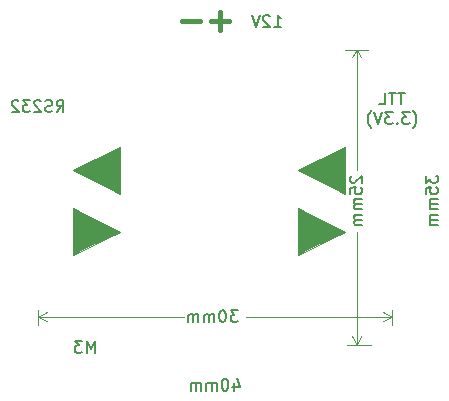
<source format=gbo>
G04 #@! TF.GenerationSoftware,KiCad,Pcbnew,(5.1.10)-1*
G04 #@! TF.CreationDate,2021-07-21T16:10:59+02:00*
G04 #@! TF.ProjectId,rs232-ttl,72733233-322d-4747-946c-2e6b69636164,rev?*
G04 #@! TF.SameCoordinates,Original*
G04 #@! TF.FileFunction,Legend,Bot*
G04 #@! TF.FilePolarity,Positive*
%FSLAX46Y46*%
G04 Gerber Fmt 4.6, Leading zero omitted, Abs format (unit mm)*
G04 Created by KiCad (PCBNEW (5.1.10)-1) date 2021-07-21 16:10:59*
%MOMM*%
%LPD*%
G01*
G04 APERTURE LIST*
%ADD10C,0.150000*%
%ADD11C,0.400000*%
%ADD12C,0.100000*%
%ADD13C,0.120000*%
%ADD14O,1.700000X1.700000*%
%ADD15R,1.700000X1.700000*%
%ADD16C,3.200000*%
G04 APERTURE END LIST*
D10*
X75019047Y-118052380D02*
X75590476Y-118052380D01*
X75304761Y-118052380D02*
X75304761Y-117052380D01*
X75400000Y-117195238D01*
X75495238Y-117290476D01*
X75590476Y-117338095D01*
X74638095Y-117147619D02*
X74590476Y-117100000D01*
X74495238Y-117052380D01*
X74257142Y-117052380D01*
X74161904Y-117100000D01*
X74114285Y-117147619D01*
X74066666Y-117242857D01*
X74066666Y-117338095D01*
X74114285Y-117480952D01*
X74685714Y-118052380D01*
X74066666Y-118052380D01*
X73780952Y-117052380D02*
X73447619Y-118052380D01*
X73114285Y-117052380D01*
D11*
X71161904Y-117542857D02*
X69638095Y-117542857D01*
X70400000Y-118304761D02*
X70400000Y-116780952D01*
X68761904Y-117542857D02*
X67238095Y-117542857D01*
D10*
X56595238Y-125252380D02*
X56928571Y-124776190D01*
X57166666Y-125252380D02*
X57166666Y-124252380D01*
X56785714Y-124252380D01*
X56690476Y-124300000D01*
X56642857Y-124347619D01*
X56595238Y-124442857D01*
X56595238Y-124585714D01*
X56642857Y-124680952D01*
X56690476Y-124728571D01*
X56785714Y-124776190D01*
X57166666Y-124776190D01*
X56214285Y-125204761D02*
X56071428Y-125252380D01*
X55833333Y-125252380D01*
X55738095Y-125204761D01*
X55690476Y-125157142D01*
X55642857Y-125061904D01*
X55642857Y-124966666D01*
X55690476Y-124871428D01*
X55738095Y-124823809D01*
X55833333Y-124776190D01*
X56023809Y-124728571D01*
X56119047Y-124680952D01*
X56166666Y-124633333D01*
X56214285Y-124538095D01*
X56214285Y-124442857D01*
X56166666Y-124347619D01*
X56119047Y-124300000D01*
X56023809Y-124252380D01*
X55785714Y-124252380D01*
X55642857Y-124300000D01*
X55261904Y-124347619D02*
X55214285Y-124300000D01*
X55119047Y-124252380D01*
X54880952Y-124252380D01*
X54785714Y-124300000D01*
X54738095Y-124347619D01*
X54690476Y-124442857D01*
X54690476Y-124538095D01*
X54738095Y-124680952D01*
X55309523Y-125252380D01*
X54690476Y-125252380D01*
X54357142Y-124252380D02*
X53738095Y-124252380D01*
X54071428Y-124633333D01*
X53928571Y-124633333D01*
X53833333Y-124680952D01*
X53785714Y-124728571D01*
X53738095Y-124823809D01*
X53738095Y-125061904D01*
X53785714Y-125157142D01*
X53833333Y-125204761D01*
X53928571Y-125252380D01*
X54214285Y-125252380D01*
X54309523Y-125204761D01*
X54357142Y-125157142D01*
X53357142Y-124347619D02*
X53309523Y-124300000D01*
X53214285Y-124252380D01*
X52976190Y-124252380D01*
X52880952Y-124300000D01*
X52833333Y-124347619D01*
X52785714Y-124442857D01*
X52785714Y-124538095D01*
X52833333Y-124680952D01*
X53404761Y-125252380D01*
X52785714Y-125252380D01*
X86071428Y-123627380D02*
X85500000Y-123627380D01*
X85785714Y-124627380D02*
X85785714Y-123627380D01*
X85309523Y-123627380D02*
X84738095Y-123627380D01*
X85023809Y-124627380D02*
X85023809Y-123627380D01*
X83928571Y-124627380D02*
X84404761Y-124627380D01*
X84404761Y-123627380D01*
X86761904Y-126658333D02*
X86809523Y-126610714D01*
X86904761Y-126467857D01*
X86952380Y-126372619D01*
X87000000Y-126229761D01*
X87047619Y-125991666D01*
X87047619Y-125801190D01*
X87000000Y-125563095D01*
X86952380Y-125420238D01*
X86904761Y-125325000D01*
X86809523Y-125182142D01*
X86761904Y-125134523D01*
X86476190Y-125277380D02*
X85857142Y-125277380D01*
X86190476Y-125658333D01*
X86047619Y-125658333D01*
X85952380Y-125705952D01*
X85904761Y-125753571D01*
X85857142Y-125848809D01*
X85857142Y-126086904D01*
X85904761Y-126182142D01*
X85952380Y-126229761D01*
X86047619Y-126277380D01*
X86333333Y-126277380D01*
X86428571Y-126229761D01*
X86476190Y-126182142D01*
X85428571Y-126182142D02*
X85380952Y-126229761D01*
X85428571Y-126277380D01*
X85476190Y-126229761D01*
X85428571Y-126182142D01*
X85428571Y-126277380D01*
X85047619Y-125277380D02*
X84428571Y-125277380D01*
X84761904Y-125658333D01*
X84619047Y-125658333D01*
X84523809Y-125705952D01*
X84476190Y-125753571D01*
X84428571Y-125848809D01*
X84428571Y-126086904D01*
X84476190Y-126182142D01*
X84523809Y-126229761D01*
X84619047Y-126277380D01*
X84904761Y-126277380D01*
X85000000Y-126229761D01*
X85047619Y-126182142D01*
X84142857Y-125277380D02*
X83809523Y-126277380D01*
X83476190Y-125277380D01*
X83238095Y-126658333D02*
X83190476Y-126610714D01*
X83095238Y-126467857D01*
X83047619Y-126372619D01*
X83000000Y-126229761D01*
X82952380Y-125991666D01*
X82952380Y-125801190D01*
X83000000Y-125563095D01*
X83047619Y-125420238D01*
X83095238Y-125325000D01*
X83190476Y-125182142D01*
X83238095Y-125134523D01*
D12*
G36*
X62000000Y-132200000D02*
G01*
X58000000Y-130200000D01*
X62000000Y-128200000D01*
X62000000Y-132200000D01*
G37*
X62000000Y-132200000D02*
X58000000Y-130200000D01*
X62000000Y-128200000D01*
X62000000Y-132200000D01*
G36*
X81000000Y-132200000D02*
G01*
X77000000Y-130200000D01*
X81000000Y-128200000D01*
X81000000Y-132200000D01*
G37*
X81000000Y-132200000D02*
X77000000Y-130200000D01*
X81000000Y-128200000D01*
X81000000Y-132200000D01*
G36*
X81000000Y-135400000D02*
G01*
X77000000Y-137400000D01*
X77000000Y-133400000D01*
X81000000Y-135400000D01*
G37*
X81000000Y-135400000D02*
X77000000Y-137400000D01*
X77000000Y-133400000D01*
X81000000Y-135400000D01*
G36*
X62000000Y-135400000D02*
G01*
X58000000Y-137400000D01*
X58000000Y-133400000D01*
X62000000Y-135400000D01*
G37*
X62000000Y-135400000D02*
X58000000Y-137400000D01*
X58000000Y-133400000D01*
X62000000Y-135400000D01*
D10*
X87852380Y-130657142D02*
X87852380Y-131276190D01*
X88233333Y-130942857D01*
X88233333Y-131085714D01*
X88280952Y-131180952D01*
X88328571Y-131228571D01*
X88423809Y-131276190D01*
X88661904Y-131276190D01*
X88757142Y-131228571D01*
X88804761Y-131180952D01*
X88852380Y-131085714D01*
X88852380Y-130800000D01*
X88804761Y-130704761D01*
X88757142Y-130657142D01*
X87852380Y-132180952D02*
X87852380Y-131704761D01*
X88328571Y-131657142D01*
X88280952Y-131704761D01*
X88233333Y-131800000D01*
X88233333Y-132038095D01*
X88280952Y-132133333D01*
X88328571Y-132180952D01*
X88423809Y-132228571D01*
X88661904Y-132228571D01*
X88757142Y-132180952D01*
X88804761Y-132133333D01*
X88852380Y-132038095D01*
X88852380Y-131800000D01*
X88804761Y-131704761D01*
X88757142Y-131657142D01*
X88852380Y-132657142D02*
X88185714Y-132657142D01*
X88280952Y-132657142D02*
X88233333Y-132704761D01*
X88185714Y-132800000D01*
X88185714Y-132942857D01*
X88233333Y-133038095D01*
X88328571Y-133085714D01*
X88852380Y-133085714D01*
X88328571Y-133085714D02*
X88233333Y-133133333D01*
X88185714Y-133228571D01*
X88185714Y-133371428D01*
X88233333Y-133466666D01*
X88328571Y-133514285D01*
X88852380Y-133514285D01*
X88852380Y-133990476D02*
X88185714Y-133990476D01*
X88280952Y-133990476D02*
X88233333Y-134038095D01*
X88185714Y-134133333D01*
X88185714Y-134276190D01*
X88233333Y-134371428D01*
X88328571Y-134419047D01*
X88852380Y-134419047D01*
X88328571Y-134419047D02*
X88233333Y-134466666D01*
X88185714Y-134561904D01*
X88185714Y-134704761D01*
X88233333Y-134800000D01*
X88328571Y-134847619D01*
X88852380Y-134847619D01*
X71619047Y-148185714D02*
X71619047Y-148852380D01*
X71857142Y-147804761D02*
X72095238Y-148519047D01*
X71476190Y-148519047D01*
X70904761Y-147852380D02*
X70809523Y-147852380D01*
X70714285Y-147900000D01*
X70666666Y-147947619D01*
X70619047Y-148042857D01*
X70571428Y-148233333D01*
X70571428Y-148471428D01*
X70619047Y-148661904D01*
X70666666Y-148757142D01*
X70714285Y-148804761D01*
X70809523Y-148852380D01*
X70904761Y-148852380D01*
X71000000Y-148804761D01*
X71047619Y-148757142D01*
X71095238Y-148661904D01*
X71142857Y-148471428D01*
X71142857Y-148233333D01*
X71095238Y-148042857D01*
X71047619Y-147947619D01*
X71000000Y-147900000D01*
X70904761Y-147852380D01*
X70142857Y-148852380D02*
X70142857Y-148185714D01*
X70142857Y-148280952D02*
X70095238Y-148233333D01*
X70000000Y-148185714D01*
X69857142Y-148185714D01*
X69761904Y-148233333D01*
X69714285Y-148328571D01*
X69714285Y-148852380D01*
X69714285Y-148328571D02*
X69666666Y-148233333D01*
X69571428Y-148185714D01*
X69428571Y-148185714D01*
X69333333Y-148233333D01*
X69285714Y-148328571D01*
X69285714Y-148852380D01*
X68809523Y-148852380D02*
X68809523Y-148185714D01*
X68809523Y-148280952D02*
X68761904Y-148233333D01*
X68666666Y-148185714D01*
X68523809Y-148185714D01*
X68428571Y-148233333D01*
X68380952Y-148328571D01*
X68380952Y-148852380D01*
X68380952Y-148328571D02*
X68333333Y-148233333D01*
X68238095Y-148185714D01*
X68095238Y-148185714D01*
X68000000Y-148233333D01*
X67952380Y-148328571D01*
X67952380Y-148852380D01*
D13*
X55000000Y-142600000D02*
X55800000Y-143000000D01*
X55000000Y-142600000D02*
X55800000Y-142200000D01*
X55000000Y-142000000D02*
X55000000Y-144000000D01*
X57600000Y-142600000D02*
X55000000Y-142600000D01*
X85000000Y-142600000D02*
X84200000Y-143000000D01*
X85000000Y-142600000D02*
X84200000Y-142200000D01*
X85000000Y-142000000D02*
X85000000Y-144200000D01*
X81800000Y-142600000D02*
X85000000Y-142600000D01*
X83200000Y-145000000D02*
X81200000Y-145000000D01*
X82000000Y-145000000D02*
X82400000Y-144200000D01*
X82000000Y-145000000D02*
X81600000Y-144200000D01*
X82000000Y-144400000D02*
X82000000Y-145000000D01*
X81000000Y-120000000D02*
X83000000Y-120000000D01*
X82000000Y-120000000D02*
X82400000Y-120600000D01*
X82000000Y-120000000D02*
X81600000Y-120600000D01*
X82000000Y-130200000D02*
X82000000Y-120000000D01*
X82000000Y-135400000D02*
X82000000Y-144400000D01*
X67400000Y-142600000D02*
X57600000Y-142600000D01*
X72600000Y-142600000D02*
X82000000Y-142600000D01*
D10*
X81547619Y-130704761D02*
X81500000Y-130752380D01*
X81452380Y-130847619D01*
X81452380Y-131085714D01*
X81500000Y-131180952D01*
X81547619Y-131228571D01*
X81642857Y-131276190D01*
X81738095Y-131276190D01*
X81880952Y-131228571D01*
X82452380Y-130657142D01*
X82452380Y-131276190D01*
X81452380Y-132180952D02*
X81452380Y-131704761D01*
X81928571Y-131657142D01*
X81880952Y-131704761D01*
X81833333Y-131800000D01*
X81833333Y-132038095D01*
X81880952Y-132133333D01*
X81928571Y-132180952D01*
X82023809Y-132228571D01*
X82261904Y-132228571D01*
X82357142Y-132180952D01*
X82404761Y-132133333D01*
X82452380Y-132038095D01*
X82452380Y-131800000D01*
X82404761Y-131704761D01*
X82357142Y-131657142D01*
X82452380Y-132657142D02*
X81785714Y-132657142D01*
X81880952Y-132657142D02*
X81833333Y-132704761D01*
X81785714Y-132800000D01*
X81785714Y-132942857D01*
X81833333Y-133038095D01*
X81928571Y-133085714D01*
X82452380Y-133085714D01*
X81928571Y-133085714D02*
X81833333Y-133133333D01*
X81785714Y-133228571D01*
X81785714Y-133371428D01*
X81833333Y-133466666D01*
X81928571Y-133514285D01*
X82452380Y-133514285D01*
X82452380Y-133990476D02*
X81785714Y-133990476D01*
X81880952Y-133990476D02*
X81833333Y-134038095D01*
X81785714Y-134133333D01*
X81785714Y-134276190D01*
X81833333Y-134371428D01*
X81928571Y-134419047D01*
X82452380Y-134419047D01*
X81928571Y-134419047D02*
X81833333Y-134466666D01*
X81785714Y-134561904D01*
X81785714Y-134704761D01*
X81833333Y-134800000D01*
X81928571Y-134847619D01*
X82452380Y-134847619D01*
X71942857Y-142052380D02*
X71323809Y-142052380D01*
X71657142Y-142433333D01*
X71514285Y-142433333D01*
X71419047Y-142480952D01*
X71371428Y-142528571D01*
X71323809Y-142623809D01*
X71323809Y-142861904D01*
X71371428Y-142957142D01*
X71419047Y-143004761D01*
X71514285Y-143052380D01*
X71800000Y-143052380D01*
X71895238Y-143004761D01*
X71942857Y-142957142D01*
X70704761Y-142052380D02*
X70609523Y-142052380D01*
X70514285Y-142100000D01*
X70466666Y-142147619D01*
X70419047Y-142242857D01*
X70371428Y-142433333D01*
X70371428Y-142671428D01*
X70419047Y-142861904D01*
X70466666Y-142957142D01*
X70514285Y-143004761D01*
X70609523Y-143052380D01*
X70704761Y-143052380D01*
X70800000Y-143004761D01*
X70847619Y-142957142D01*
X70895238Y-142861904D01*
X70942857Y-142671428D01*
X70942857Y-142433333D01*
X70895238Y-142242857D01*
X70847619Y-142147619D01*
X70800000Y-142100000D01*
X70704761Y-142052380D01*
X69942857Y-143052380D02*
X69942857Y-142385714D01*
X69942857Y-142480952D02*
X69895238Y-142433333D01*
X69800000Y-142385714D01*
X69657142Y-142385714D01*
X69561904Y-142433333D01*
X69514285Y-142528571D01*
X69514285Y-143052380D01*
X69514285Y-142528571D02*
X69466666Y-142433333D01*
X69371428Y-142385714D01*
X69228571Y-142385714D01*
X69133333Y-142433333D01*
X69085714Y-142528571D01*
X69085714Y-143052380D01*
X68609523Y-143052380D02*
X68609523Y-142385714D01*
X68609523Y-142480952D02*
X68561904Y-142433333D01*
X68466666Y-142385714D01*
X68323809Y-142385714D01*
X68228571Y-142433333D01*
X68180952Y-142528571D01*
X68180952Y-143052380D01*
X68180952Y-142528571D02*
X68133333Y-142433333D01*
X68038095Y-142385714D01*
X67895238Y-142385714D01*
X67800000Y-142433333D01*
X67752380Y-142528571D01*
X67752380Y-143052380D01*
X59809523Y-145652380D02*
X59809523Y-144652380D01*
X59476190Y-145366666D01*
X59142857Y-144652380D01*
X59142857Y-145652380D01*
X58761904Y-144652380D02*
X58142857Y-144652380D01*
X58476190Y-145033333D01*
X58333333Y-145033333D01*
X58238095Y-145080952D01*
X58190476Y-145128571D01*
X58142857Y-145223809D01*
X58142857Y-145461904D01*
X58190476Y-145557142D01*
X58238095Y-145604761D01*
X58333333Y-145652380D01*
X58619047Y-145652380D01*
X58714285Y-145604761D01*
X58761904Y-145557142D01*
%LPC*%
D14*
X55000000Y-136620000D03*
X55000000Y-134080000D03*
X55000000Y-131540000D03*
D15*
X55000000Y-129000000D03*
D14*
X85000000Y-136620000D03*
X85000000Y-134080000D03*
X85000000Y-131540000D03*
D15*
X85000000Y-129000000D03*
D14*
X70540000Y-120000000D03*
D15*
X68000000Y-120000000D03*
D16*
X85000000Y-120000000D03*
X55000000Y-145000000D03*
X85000000Y-145000000D03*
X55000000Y-120000000D03*
M02*

</source>
